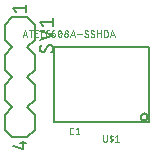
<source format=gto>
G04 EAGLE Gerber RS-274X export*
G75*
%MOMM*%
%FSLAX34Y34*%
%LPD*%
%INSilkscreen Top*%
%IPPOS*%
%AMOC8*
5,1,8,0,0,1.08239X$1,22.5*%
G01*
%ADD10C,0.050800*%
%ADD11C,0.152400*%
%ADD12C,0.127000*%


D10*
X70848Y28014D02*
X69606Y28014D01*
X69536Y28016D01*
X69467Y28022D01*
X69398Y28032D01*
X69330Y28045D01*
X69262Y28063D01*
X69196Y28084D01*
X69131Y28109D01*
X69067Y28137D01*
X69005Y28169D01*
X68945Y28204D01*
X68887Y28243D01*
X68832Y28285D01*
X68778Y28330D01*
X68728Y28378D01*
X68680Y28428D01*
X68635Y28482D01*
X68593Y28537D01*
X68554Y28595D01*
X68519Y28655D01*
X68487Y28717D01*
X68459Y28781D01*
X68434Y28846D01*
X68413Y28912D01*
X68395Y28980D01*
X68382Y29048D01*
X68372Y29117D01*
X68366Y29186D01*
X68364Y29256D01*
X68364Y32360D01*
X68366Y32430D01*
X68372Y32499D01*
X68382Y32568D01*
X68395Y32636D01*
X68413Y32704D01*
X68434Y32770D01*
X68459Y32835D01*
X68487Y32899D01*
X68519Y32961D01*
X68554Y33021D01*
X68593Y33079D01*
X68635Y33134D01*
X68680Y33188D01*
X68728Y33238D01*
X68778Y33286D01*
X68832Y33331D01*
X68887Y33373D01*
X68945Y33412D01*
X69005Y33447D01*
X69067Y33479D01*
X69131Y33507D01*
X69196Y33532D01*
X69262Y33553D01*
X69330Y33571D01*
X69398Y33584D01*
X69467Y33594D01*
X69536Y33600D01*
X69606Y33602D01*
X70848Y33602D01*
X72952Y32360D02*
X74504Y33602D01*
X74504Y28014D01*
X72952Y28014D02*
X76057Y28014D01*
D11*
X38100Y107950D02*
X38100Y120650D01*
X38100Y107950D02*
X31750Y101600D01*
X19050Y101600D02*
X12700Y107950D01*
X31750Y101600D02*
X38100Y95250D01*
X38100Y82550D01*
X31750Y76200D01*
X19050Y76200D02*
X12700Y82550D01*
X12700Y95250D01*
X19050Y101600D01*
X19050Y127000D02*
X31750Y127000D01*
X38100Y120650D01*
X19050Y127000D02*
X12700Y120650D01*
X12700Y107950D01*
X31750Y76200D02*
X38100Y69850D01*
X38100Y57150D01*
X31750Y50800D01*
X19050Y50800D02*
X12700Y57150D01*
X12700Y69850D01*
X19050Y76200D01*
X38100Y44450D02*
X38100Y31750D01*
X31750Y25400D01*
X19050Y25400D01*
X12700Y31750D01*
X31750Y50800D02*
X38100Y44450D01*
X19050Y50800D02*
X12700Y44450D01*
X12700Y31750D01*
D12*
X22225Y131445D02*
X19685Y134620D01*
X31115Y134620D01*
X31115Y131445D02*
X31115Y137795D01*
X19685Y18415D02*
X28575Y15875D01*
X28575Y22225D01*
X26035Y20320D02*
X31115Y20320D01*
X53975Y101346D02*
X53973Y101446D01*
X53967Y101545D01*
X53957Y101645D01*
X53944Y101743D01*
X53926Y101842D01*
X53905Y101939D01*
X53880Y102035D01*
X53851Y102131D01*
X53818Y102225D01*
X53782Y102318D01*
X53742Y102409D01*
X53698Y102499D01*
X53651Y102587D01*
X53601Y102673D01*
X53547Y102757D01*
X53490Y102839D01*
X53430Y102918D01*
X53366Y102996D01*
X53300Y103070D01*
X53231Y103142D01*
X53159Y103211D01*
X53085Y103277D01*
X53007Y103341D01*
X52928Y103401D01*
X52846Y103458D01*
X52762Y103512D01*
X52676Y103562D01*
X52588Y103609D01*
X52498Y103653D01*
X52407Y103693D01*
X52314Y103729D01*
X52220Y103762D01*
X52124Y103791D01*
X52028Y103816D01*
X51931Y103837D01*
X51832Y103855D01*
X51734Y103868D01*
X51634Y103878D01*
X51535Y103884D01*
X51435Y103886D01*
X53975Y101346D02*
X53973Y101205D01*
X53968Y101064D01*
X53958Y100923D01*
X53945Y100782D01*
X53929Y100642D01*
X53908Y100502D01*
X53884Y100363D01*
X53856Y100224D01*
X53825Y100087D01*
X53790Y99950D01*
X53752Y99814D01*
X53710Y99679D01*
X53664Y99546D01*
X53615Y99413D01*
X53562Y99282D01*
X53506Y99153D01*
X53447Y99024D01*
X53384Y98898D01*
X53318Y98773D01*
X53249Y98650D01*
X53176Y98529D01*
X53100Y98410D01*
X53021Y98292D01*
X52940Y98177D01*
X52855Y98065D01*
X52767Y97954D01*
X52676Y97846D01*
X52583Y97740D01*
X52486Y97637D01*
X52387Y97536D01*
X45085Y97854D02*
X44985Y97856D01*
X44886Y97862D01*
X44786Y97872D01*
X44688Y97885D01*
X44589Y97903D01*
X44492Y97924D01*
X44396Y97949D01*
X44300Y97978D01*
X44206Y98011D01*
X44113Y98047D01*
X44022Y98087D01*
X43932Y98131D01*
X43844Y98178D01*
X43758Y98228D01*
X43674Y98282D01*
X43592Y98339D01*
X43513Y98399D01*
X43435Y98463D01*
X43361Y98529D01*
X43289Y98598D01*
X43220Y98670D01*
X43154Y98744D01*
X43090Y98822D01*
X43030Y98901D01*
X42973Y98983D01*
X42919Y99067D01*
X42869Y99153D01*
X42822Y99241D01*
X42778Y99331D01*
X42738Y99422D01*
X42702Y99515D01*
X42669Y99609D01*
X42640Y99705D01*
X42615Y99801D01*
X42594Y99898D01*
X42576Y99997D01*
X42563Y100095D01*
X42553Y100195D01*
X42547Y100294D01*
X42545Y100394D01*
X42547Y100527D01*
X42552Y100660D01*
X42562Y100793D01*
X42575Y100926D01*
X42592Y101058D01*
X42612Y101190D01*
X42636Y101321D01*
X42664Y101451D01*
X42695Y101581D01*
X42730Y101709D01*
X42769Y101837D01*
X42811Y101963D01*
X42857Y102088D01*
X42906Y102212D01*
X42958Y102335D01*
X43014Y102456D01*
X43074Y102575D01*
X43136Y102693D01*
X43202Y102808D01*
X43271Y102922D01*
X43344Y103034D01*
X43419Y103144D01*
X43498Y103252D01*
X47308Y99123D02*
X47256Y99039D01*
X47201Y98956D01*
X47142Y98876D01*
X47081Y98798D01*
X47017Y98723D01*
X46949Y98650D01*
X46879Y98579D01*
X46807Y98512D01*
X46732Y98447D01*
X46654Y98385D01*
X46574Y98326D01*
X46492Y98270D01*
X46408Y98218D01*
X46322Y98169D01*
X46234Y98123D01*
X46144Y98080D01*
X46053Y98041D01*
X45960Y98006D01*
X45866Y97974D01*
X45771Y97946D01*
X45675Y97921D01*
X45578Y97901D01*
X45480Y97883D01*
X45382Y97870D01*
X45283Y97861D01*
X45184Y97855D01*
X45085Y97853D01*
X49212Y102616D02*
X49264Y102700D01*
X49319Y102783D01*
X49378Y102863D01*
X49439Y102941D01*
X49503Y103016D01*
X49571Y103089D01*
X49641Y103160D01*
X49713Y103227D01*
X49788Y103292D01*
X49866Y103354D01*
X49946Y103413D01*
X50028Y103469D01*
X50112Y103521D01*
X50198Y103570D01*
X50286Y103616D01*
X50376Y103659D01*
X50467Y103698D01*
X50560Y103733D01*
X50654Y103765D01*
X50749Y103793D01*
X50845Y103818D01*
X50942Y103838D01*
X51040Y103856D01*
X51138Y103869D01*
X51237Y103878D01*
X51336Y103884D01*
X51435Y103886D01*
X49213Y102616D02*
X47308Y99124D01*
X42545Y107950D02*
X53975Y111760D01*
X42545Y115570D01*
X45085Y120015D02*
X42545Y123190D01*
X53975Y123190D01*
X53975Y120015D02*
X53975Y126365D01*
D11*
X135100Y101600D02*
X135100Y38100D01*
X135100Y101600D02*
X54650Y101600D01*
X54650Y101800D01*
X54650Y101600D02*
X54650Y38100D01*
X135100Y38100D01*
X128061Y42850D02*
X128063Y42956D01*
X128069Y43061D01*
X128079Y43166D01*
X128093Y43271D01*
X128111Y43375D01*
X128133Y43478D01*
X128158Y43580D01*
X128188Y43682D01*
X128221Y43782D01*
X128258Y43881D01*
X128299Y43978D01*
X128344Y44074D01*
X128392Y44168D01*
X128444Y44260D01*
X128499Y44350D01*
X128557Y44438D01*
X128619Y44523D01*
X128684Y44607D01*
X128752Y44687D01*
X128823Y44765D01*
X128897Y44841D01*
X128973Y44913D01*
X129053Y44983D01*
X129135Y45049D01*
X129219Y45113D01*
X129306Y45173D01*
X129395Y45229D01*
X129486Y45283D01*
X129579Y45333D01*
X129674Y45379D01*
X129771Y45422D01*
X129869Y45461D01*
X129968Y45496D01*
X130069Y45527D01*
X130171Y45555D01*
X130274Y45579D01*
X130377Y45599D01*
X130482Y45615D01*
X130586Y45627D01*
X130692Y45635D01*
X130797Y45639D01*
X130903Y45639D01*
X131008Y45635D01*
X131114Y45627D01*
X131218Y45615D01*
X131323Y45599D01*
X131426Y45579D01*
X131529Y45555D01*
X131631Y45527D01*
X131732Y45496D01*
X131831Y45461D01*
X131929Y45422D01*
X132026Y45379D01*
X132121Y45333D01*
X132214Y45283D01*
X132305Y45229D01*
X132394Y45173D01*
X132481Y45113D01*
X132565Y45049D01*
X132647Y44983D01*
X132727Y44913D01*
X132803Y44841D01*
X132877Y44765D01*
X132948Y44687D01*
X133016Y44607D01*
X133081Y44523D01*
X133143Y44438D01*
X133201Y44350D01*
X133256Y44260D01*
X133308Y44168D01*
X133356Y44074D01*
X133401Y43978D01*
X133442Y43881D01*
X133479Y43782D01*
X133512Y43682D01*
X133542Y43580D01*
X133567Y43478D01*
X133589Y43375D01*
X133607Y43271D01*
X133621Y43166D01*
X133631Y43061D01*
X133637Y42956D01*
X133639Y42850D01*
X133637Y42744D01*
X133631Y42639D01*
X133621Y42534D01*
X133607Y42429D01*
X133589Y42325D01*
X133567Y42222D01*
X133542Y42120D01*
X133512Y42018D01*
X133479Y41918D01*
X133442Y41819D01*
X133401Y41722D01*
X133356Y41626D01*
X133308Y41532D01*
X133256Y41440D01*
X133201Y41350D01*
X133143Y41262D01*
X133081Y41177D01*
X133016Y41093D01*
X132948Y41013D01*
X132877Y40935D01*
X132803Y40859D01*
X132727Y40787D01*
X132647Y40717D01*
X132565Y40651D01*
X132481Y40587D01*
X132394Y40527D01*
X132305Y40471D01*
X132214Y40417D01*
X132121Y40367D01*
X132026Y40321D01*
X131929Y40278D01*
X131831Y40239D01*
X131732Y40204D01*
X131631Y40173D01*
X131529Y40145D01*
X131426Y40121D01*
X131323Y40101D01*
X131218Y40085D01*
X131114Y40073D01*
X131008Y40065D01*
X130903Y40061D01*
X130797Y40061D01*
X130692Y40065D01*
X130586Y40073D01*
X130482Y40085D01*
X130377Y40101D01*
X130274Y40121D01*
X130171Y40145D01*
X130069Y40173D01*
X129968Y40204D01*
X129869Y40239D01*
X129771Y40278D01*
X129674Y40321D01*
X129579Y40367D01*
X129486Y40417D01*
X129395Y40471D01*
X129306Y40527D01*
X129219Y40587D01*
X129135Y40651D01*
X129053Y40717D01*
X128973Y40787D01*
X128897Y40859D01*
X128823Y40935D01*
X128752Y41013D01*
X128684Y41093D01*
X128619Y41177D01*
X128557Y41262D01*
X128499Y41350D01*
X128444Y41440D01*
X128392Y41532D01*
X128344Y41626D01*
X128299Y41722D01*
X128258Y41819D01*
X128221Y41918D01*
X128188Y42018D01*
X128158Y42120D01*
X128133Y42222D01*
X128111Y42325D01*
X128093Y42429D01*
X128079Y42534D01*
X128069Y42639D01*
X128063Y42744D01*
X128061Y42850D01*
D10*
X96117Y27296D02*
X96117Y23260D01*
X96118Y23260D02*
X96120Y23183D01*
X96126Y23105D01*
X96135Y23029D01*
X96149Y22952D01*
X96166Y22877D01*
X96187Y22803D01*
X96212Y22729D01*
X96240Y22657D01*
X96272Y22587D01*
X96307Y22518D01*
X96346Y22451D01*
X96388Y22386D01*
X96433Y22323D01*
X96481Y22262D01*
X96532Y22204D01*
X96586Y22149D01*
X96643Y22096D01*
X96702Y22047D01*
X96764Y22000D01*
X96828Y21956D01*
X96894Y21916D01*
X96962Y21879D01*
X97032Y21845D01*
X97103Y21815D01*
X97176Y21789D01*
X97250Y21766D01*
X97325Y21747D01*
X97400Y21732D01*
X97477Y21720D01*
X97554Y21712D01*
X97631Y21708D01*
X97709Y21708D01*
X97786Y21712D01*
X97863Y21720D01*
X97940Y21732D01*
X98015Y21747D01*
X98090Y21766D01*
X98164Y21789D01*
X98237Y21815D01*
X98308Y21845D01*
X98378Y21879D01*
X98446Y21916D01*
X98512Y21956D01*
X98576Y22000D01*
X98638Y22047D01*
X98697Y22096D01*
X98754Y22149D01*
X98808Y22204D01*
X98859Y22262D01*
X98907Y22323D01*
X98952Y22386D01*
X98994Y22451D01*
X99033Y22518D01*
X99068Y22587D01*
X99100Y22657D01*
X99128Y22729D01*
X99153Y22803D01*
X99174Y22877D01*
X99191Y22952D01*
X99205Y23029D01*
X99214Y23105D01*
X99220Y23183D01*
X99222Y23260D01*
X99222Y27296D01*
X102973Y27296D02*
X102973Y21708D01*
X102973Y24502D02*
X102197Y24968D01*
X102146Y25001D01*
X102097Y25037D01*
X102051Y25076D01*
X102008Y25119D01*
X101967Y25163D01*
X101929Y25211D01*
X101895Y25261D01*
X101864Y25313D01*
X101836Y25367D01*
X101812Y25422D01*
X101791Y25480D01*
X101775Y25538D01*
X101762Y25597D01*
X101753Y25657D01*
X101748Y25717D01*
X101747Y25778D01*
X101750Y25839D01*
X101757Y25899D01*
X101768Y25959D01*
X101783Y26017D01*
X101801Y26075D01*
X101823Y26132D01*
X101849Y26186D01*
X101879Y26239D01*
X101912Y26290D01*
X101948Y26339D01*
X101987Y26385D01*
X102029Y26429D01*
X102074Y26470D01*
X102121Y26507D01*
X102171Y26542D01*
X102223Y26573D01*
X102277Y26601D01*
X102333Y26625D01*
X102390Y26645D01*
X102448Y26662D01*
X102507Y26675D01*
X102508Y26675D02*
X102605Y26691D01*
X102703Y26703D01*
X102801Y26710D01*
X102900Y26714D01*
X102998Y26715D01*
X103097Y26711D01*
X103195Y26703D01*
X103293Y26691D01*
X103390Y26675D01*
X103486Y26656D01*
X103582Y26632D01*
X103677Y26605D01*
X103770Y26574D01*
X103862Y26539D01*
X103953Y26501D01*
X104042Y26459D01*
X104130Y26414D01*
X104215Y26365D01*
X102973Y24502D02*
X103749Y24036D01*
X103800Y24003D01*
X103849Y23967D01*
X103895Y23928D01*
X103938Y23885D01*
X103979Y23841D01*
X104017Y23793D01*
X104051Y23743D01*
X104082Y23691D01*
X104110Y23637D01*
X104134Y23582D01*
X104155Y23524D01*
X104171Y23466D01*
X104184Y23407D01*
X104193Y23347D01*
X104198Y23287D01*
X104199Y23226D01*
X104196Y23165D01*
X104189Y23105D01*
X104178Y23045D01*
X104163Y22987D01*
X104145Y22929D01*
X104123Y22872D01*
X104097Y22818D01*
X104067Y22765D01*
X104034Y22714D01*
X103998Y22665D01*
X103959Y22619D01*
X103917Y22575D01*
X103872Y22534D01*
X103825Y22497D01*
X103775Y22462D01*
X103723Y22431D01*
X103669Y22403D01*
X103613Y22379D01*
X103556Y22359D01*
X103498Y22342D01*
X103439Y22329D01*
X103342Y22313D01*
X103244Y22301D01*
X103146Y22294D01*
X103047Y22290D01*
X102949Y22289D01*
X102850Y22293D01*
X102752Y22301D01*
X102654Y22313D01*
X102557Y22329D01*
X102461Y22348D01*
X102365Y22372D01*
X102270Y22399D01*
X102177Y22430D01*
X102085Y22465D01*
X101994Y22503D01*
X101905Y22545D01*
X101817Y22590D01*
X101732Y22639D01*
X106542Y26054D02*
X108094Y27296D01*
X108094Y21708D01*
X106542Y21708D02*
X109646Y21708D01*
X27922Y110458D02*
X29785Y116046D01*
X31647Y110458D01*
X31182Y111855D02*
X28388Y111855D01*
X34905Y110458D02*
X34905Y116046D01*
X33353Y116046D02*
X36457Y116046D01*
X38668Y110458D02*
X41151Y110458D01*
X38668Y110458D02*
X38668Y116046D01*
X41151Y116046D01*
X40530Y113562D02*
X38668Y113562D01*
X44454Y110458D02*
X45696Y110458D01*
X44454Y110458D02*
X44384Y110460D01*
X44315Y110466D01*
X44246Y110476D01*
X44178Y110489D01*
X44110Y110507D01*
X44044Y110528D01*
X43979Y110553D01*
X43915Y110581D01*
X43853Y110613D01*
X43793Y110648D01*
X43735Y110687D01*
X43680Y110729D01*
X43626Y110774D01*
X43576Y110822D01*
X43528Y110872D01*
X43483Y110926D01*
X43441Y110981D01*
X43402Y111039D01*
X43367Y111099D01*
X43335Y111161D01*
X43307Y111225D01*
X43282Y111290D01*
X43261Y111356D01*
X43243Y111424D01*
X43230Y111492D01*
X43220Y111561D01*
X43214Y111630D01*
X43212Y111700D01*
X43212Y114804D01*
X43214Y114874D01*
X43220Y114943D01*
X43230Y115012D01*
X43243Y115080D01*
X43261Y115148D01*
X43282Y115214D01*
X43307Y115279D01*
X43335Y115343D01*
X43367Y115405D01*
X43402Y115465D01*
X43441Y115523D01*
X43483Y115578D01*
X43528Y115632D01*
X43576Y115682D01*
X43626Y115730D01*
X43680Y115775D01*
X43735Y115817D01*
X43793Y115856D01*
X43853Y115891D01*
X43915Y115923D01*
X43979Y115951D01*
X44044Y115976D01*
X44110Y115997D01*
X44178Y116015D01*
X44246Y116028D01*
X44315Y116038D01*
X44384Y116044D01*
X44454Y116046D01*
X45696Y116046D01*
X49026Y110458D02*
X50268Y110458D01*
X49026Y110458D02*
X48956Y110460D01*
X48887Y110466D01*
X48818Y110476D01*
X48750Y110489D01*
X48682Y110507D01*
X48616Y110528D01*
X48551Y110553D01*
X48487Y110581D01*
X48425Y110613D01*
X48365Y110648D01*
X48307Y110687D01*
X48252Y110729D01*
X48198Y110774D01*
X48148Y110822D01*
X48100Y110872D01*
X48055Y110926D01*
X48013Y110981D01*
X47974Y111039D01*
X47939Y111099D01*
X47907Y111161D01*
X47879Y111225D01*
X47854Y111290D01*
X47833Y111356D01*
X47815Y111424D01*
X47802Y111492D01*
X47792Y111561D01*
X47786Y111630D01*
X47784Y111700D01*
X47784Y114804D01*
X47786Y114874D01*
X47792Y114943D01*
X47802Y115012D01*
X47815Y115080D01*
X47833Y115148D01*
X47854Y115214D01*
X47879Y115279D01*
X47907Y115343D01*
X47939Y115405D01*
X47974Y115465D01*
X48013Y115523D01*
X48055Y115578D01*
X48100Y115632D01*
X48148Y115682D01*
X48198Y115730D01*
X48252Y115775D01*
X48307Y115817D01*
X48365Y115856D01*
X48425Y115891D01*
X48487Y115923D01*
X48551Y115951D01*
X48616Y115976D01*
X48682Y115997D01*
X48750Y116015D01*
X48818Y116028D01*
X48887Y116038D01*
X48956Y116044D01*
X49026Y116046D01*
X50268Y116046D01*
X52372Y113562D02*
X54235Y113562D01*
X54235Y113563D02*
X54305Y113561D01*
X54374Y113555D01*
X54443Y113545D01*
X54511Y113532D01*
X54579Y113514D01*
X54645Y113493D01*
X54710Y113468D01*
X54774Y113440D01*
X54836Y113408D01*
X54896Y113373D01*
X54954Y113334D01*
X55009Y113292D01*
X55063Y113247D01*
X55113Y113199D01*
X55161Y113149D01*
X55206Y113095D01*
X55248Y113040D01*
X55287Y112982D01*
X55322Y112922D01*
X55354Y112860D01*
X55382Y112796D01*
X55407Y112731D01*
X55428Y112665D01*
X55446Y112597D01*
X55459Y112529D01*
X55469Y112460D01*
X55475Y112391D01*
X55477Y112321D01*
X55477Y112010D01*
X55476Y112010D02*
X55474Y111933D01*
X55468Y111855D01*
X55459Y111779D01*
X55445Y111702D01*
X55428Y111627D01*
X55407Y111553D01*
X55382Y111479D01*
X55354Y111407D01*
X55322Y111337D01*
X55287Y111268D01*
X55248Y111201D01*
X55206Y111136D01*
X55161Y111073D01*
X55113Y111012D01*
X55062Y110954D01*
X55008Y110899D01*
X54951Y110846D01*
X54892Y110797D01*
X54830Y110750D01*
X54766Y110706D01*
X54700Y110666D01*
X54632Y110629D01*
X54562Y110595D01*
X54491Y110565D01*
X54418Y110539D01*
X54344Y110516D01*
X54269Y110497D01*
X54194Y110482D01*
X54117Y110470D01*
X54040Y110462D01*
X53963Y110458D01*
X53885Y110458D01*
X53808Y110462D01*
X53731Y110470D01*
X53654Y110482D01*
X53579Y110497D01*
X53504Y110516D01*
X53430Y110539D01*
X53357Y110565D01*
X53286Y110595D01*
X53216Y110629D01*
X53148Y110666D01*
X53082Y110706D01*
X53018Y110750D01*
X52956Y110797D01*
X52897Y110846D01*
X52840Y110899D01*
X52786Y110954D01*
X52735Y111012D01*
X52687Y111073D01*
X52642Y111136D01*
X52600Y111201D01*
X52561Y111268D01*
X52526Y111337D01*
X52494Y111407D01*
X52466Y111479D01*
X52441Y111553D01*
X52420Y111627D01*
X52403Y111702D01*
X52389Y111779D01*
X52380Y111855D01*
X52374Y111933D01*
X52372Y112010D01*
X52372Y113562D01*
X52374Y113660D01*
X52380Y113757D01*
X52389Y113854D01*
X52403Y113951D01*
X52420Y114047D01*
X52441Y114142D01*
X52465Y114236D01*
X52494Y114330D01*
X52526Y114422D01*
X52561Y114513D01*
X52600Y114602D01*
X52643Y114690D01*
X52689Y114776D01*
X52738Y114860D01*
X52791Y114942D01*
X52846Y115022D01*
X52905Y115100D01*
X52967Y115175D01*
X53032Y115248D01*
X53100Y115318D01*
X53170Y115386D01*
X53243Y115451D01*
X53318Y115513D01*
X53396Y115572D01*
X53476Y115627D01*
X53558Y115680D01*
X53642Y115729D01*
X53728Y115775D01*
X53816Y115818D01*
X53905Y115857D01*
X53996Y115892D01*
X54088Y115924D01*
X54182Y115953D01*
X54276Y115977D01*
X54371Y115998D01*
X54467Y116015D01*
X54564Y116029D01*
X54661Y116038D01*
X54758Y116044D01*
X54856Y116046D01*
X58325Y115270D02*
X58269Y115152D01*
X58217Y115032D01*
X58168Y114911D01*
X58123Y114789D01*
X58081Y114665D01*
X58043Y114540D01*
X58008Y114414D01*
X57977Y114287D01*
X57949Y114160D01*
X57925Y114032D01*
X57905Y113903D01*
X57889Y113773D01*
X57876Y113643D01*
X57866Y113513D01*
X57861Y113383D01*
X57859Y113252D01*
X58324Y115270D02*
X58347Y115330D01*
X58373Y115390D01*
X58402Y115447D01*
X58435Y115503D01*
X58471Y115557D01*
X58509Y115609D01*
X58551Y115659D01*
X58595Y115706D01*
X58642Y115751D01*
X58692Y115793D01*
X58743Y115832D01*
X58797Y115868D01*
X58853Y115901D01*
X58910Y115931D01*
X58969Y115958D01*
X59030Y115981D01*
X59091Y116001D01*
X59154Y116017D01*
X59218Y116030D01*
X59282Y116039D01*
X59346Y116044D01*
X59411Y116046D01*
X59476Y116044D01*
X59540Y116039D01*
X59604Y116030D01*
X59668Y116017D01*
X59731Y116001D01*
X59792Y115981D01*
X59853Y115958D01*
X59912Y115931D01*
X59969Y115901D01*
X60025Y115868D01*
X60079Y115832D01*
X60130Y115793D01*
X60180Y115751D01*
X60227Y115706D01*
X60271Y115659D01*
X60313Y115609D01*
X60351Y115557D01*
X60387Y115503D01*
X60420Y115447D01*
X60449Y115390D01*
X60475Y115330D01*
X60498Y115270D01*
X60497Y115270D02*
X60553Y115152D01*
X60605Y115032D01*
X60654Y114911D01*
X60699Y114789D01*
X60741Y114665D01*
X60779Y114540D01*
X60814Y114414D01*
X60845Y114288D01*
X60873Y114160D01*
X60897Y114032D01*
X60917Y113903D01*
X60933Y113773D01*
X60946Y113643D01*
X60956Y113513D01*
X60961Y113383D01*
X60963Y113252D01*
X57859Y113252D02*
X57861Y113121D01*
X57866Y112991D01*
X57876Y112861D01*
X57889Y112731D01*
X57905Y112601D01*
X57925Y112472D01*
X57949Y112344D01*
X57977Y112217D01*
X58008Y112090D01*
X58043Y111964D01*
X58081Y111839D01*
X58123Y111715D01*
X58168Y111593D01*
X58217Y111472D01*
X58269Y111352D01*
X58325Y111234D01*
X58324Y111234D02*
X58347Y111174D01*
X58373Y111114D01*
X58402Y111057D01*
X58435Y111001D01*
X58471Y110947D01*
X58509Y110895D01*
X58551Y110845D01*
X58595Y110798D01*
X58642Y110753D01*
X58692Y110711D01*
X58743Y110672D01*
X58797Y110636D01*
X58853Y110603D01*
X58910Y110573D01*
X58969Y110546D01*
X59030Y110523D01*
X59091Y110503D01*
X59154Y110487D01*
X59218Y110474D01*
X59282Y110465D01*
X59346Y110460D01*
X59411Y110458D01*
X60497Y111234D02*
X60553Y111352D01*
X60605Y111472D01*
X60654Y111593D01*
X60699Y111715D01*
X60741Y111839D01*
X60779Y111964D01*
X60814Y112090D01*
X60845Y112216D01*
X60873Y112344D01*
X60897Y112472D01*
X60917Y112601D01*
X60933Y112731D01*
X60946Y112861D01*
X60956Y112991D01*
X60961Y113121D01*
X60963Y113252D01*
X60498Y111234D02*
X60475Y111174D01*
X60449Y111114D01*
X60420Y111057D01*
X60387Y111001D01*
X60351Y110947D01*
X60313Y110895D01*
X60271Y110845D01*
X60227Y110798D01*
X60180Y110753D01*
X60130Y110711D01*
X60079Y110672D01*
X60025Y110636D01*
X59969Y110603D01*
X59912Y110573D01*
X59853Y110546D01*
X59792Y110523D01*
X59731Y110503D01*
X59668Y110487D01*
X59604Y110474D01*
X59540Y110465D01*
X59476Y110460D01*
X59411Y110458D01*
X58169Y111700D02*
X60653Y114804D01*
X63345Y112010D02*
X63347Y112087D01*
X63353Y112165D01*
X63362Y112241D01*
X63376Y112318D01*
X63393Y112393D01*
X63414Y112467D01*
X63439Y112541D01*
X63467Y112613D01*
X63499Y112683D01*
X63534Y112752D01*
X63573Y112819D01*
X63615Y112884D01*
X63660Y112947D01*
X63708Y113008D01*
X63759Y113066D01*
X63813Y113121D01*
X63870Y113174D01*
X63929Y113223D01*
X63991Y113270D01*
X64055Y113314D01*
X64121Y113354D01*
X64189Y113391D01*
X64259Y113425D01*
X64330Y113455D01*
X64403Y113481D01*
X64477Y113504D01*
X64552Y113523D01*
X64627Y113538D01*
X64704Y113550D01*
X64781Y113558D01*
X64858Y113562D01*
X64936Y113562D01*
X65013Y113558D01*
X65090Y113550D01*
X65167Y113538D01*
X65242Y113523D01*
X65317Y113504D01*
X65391Y113481D01*
X65464Y113455D01*
X65535Y113425D01*
X65605Y113391D01*
X65673Y113354D01*
X65739Y113314D01*
X65803Y113270D01*
X65865Y113223D01*
X65924Y113174D01*
X65981Y113121D01*
X66035Y113066D01*
X66086Y113008D01*
X66134Y112947D01*
X66179Y112884D01*
X66221Y112819D01*
X66260Y112752D01*
X66295Y112683D01*
X66327Y112613D01*
X66355Y112541D01*
X66380Y112467D01*
X66401Y112393D01*
X66418Y112318D01*
X66432Y112241D01*
X66441Y112165D01*
X66447Y112087D01*
X66449Y112010D01*
X66447Y111933D01*
X66441Y111855D01*
X66432Y111779D01*
X66418Y111702D01*
X66401Y111627D01*
X66380Y111553D01*
X66355Y111479D01*
X66327Y111407D01*
X66295Y111337D01*
X66260Y111268D01*
X66221Y111201D01*
X66179Y111136D01*
X66134Y111073D01*
X66086Y111012D01*
X66035Y110954D01*
X65981Y110899D01*
X65924Y110846D01*
X65865Y110797D01*
X65803Y110750D01*
X65739Y110706D01*
X65673Y110666D01*
X65605Y110629D01*
X65535Y110595D01*
X65464Y110565D01*
X65391Y110539D01*
X65317Y110516D01*
X65242Y110497D01*
X65167Y110482D01*
X65090Y110470D01*
X65013Y110462D01*
X64936Y110458D01*
X64858Y110458D01*
X64781Y110462D01*
X64704Y110470D01*
X64627Y110482D01*
X64552Y110497D01*
X64477Y110516D01*
X64403Y110539D01*
X64330Y110565D01*
X64259Y110595D01*
X64189Y110629D01*
X64121Y110666D01*
X64055Y110706D01*
X63991Y110750D01*
X63929Y110797D01*
X63870Y110846D01*
X63813Y110899D01*
X63759Y110954D01*
X63708Y111012D01*
X63660Y111073D01*
X63615Y111136D01*
X63573Y111201D01*
X63534Y111268D01*
X63499Y111337D01*
X63467Y111407D01*
X63439Y111479D01*
X63414Y111553D01*
X63393Y111627D01*
X63376Y111702D01*
X63362Y111779D01*
X63353Y111855D01*
X63347Y111933D01*
X63345Y112010D01*
X63655Y114804D02*
X63657Y114874D01*
X63663Y114943D01*
X63673Y115012D01*
X63686Y115080D01*
X63704Y115148D01*
X63725Y115214D01*
X63750Y115279D01*
X63778Y115343D01*
X63810Y115405D01*
X63845Y115465D01*
X63884Y115523D01*
X63926Y115578D01*
X63971Y115632D01*
X64019Y115682D01*
X64069Y115730D01*
X64123Y115775D01*
X64178Y115817D01*
X64236Y115856D01*
X64296Y115891D01*
X64358Y115923D01*
X64422Y115951D01*
X64487Y115976D01*
X64553Y115997D01*
X64621Y116015D01*
X64689Y116028D01*
X64758Y116038D01*
X64827Y116044D01*
X64897Y116046D01*
X64967Y116044D01*
X65036Y116038D01*
X65105Y116028D01*
X65173Y116015D01*
X65241Y115997D01*
X65307Y115976D01*
X65372Y115951D01*
X65436Y115923D01*
X65498Y115891D01*
X65558Y115856D01*
X65616Y115817D01*
X65671Y115775D01*
X65725Y115730D01*
X65775Y115682D01*
X65823Y115632D01*
X65868Y115578D01*
X65910Y115523D01*
X65949Y115465D01*
X65984Y115405D01*
X66016Y115343D01*
X66044Y115279D01*
X66069Y115214D01*
X66090Y115148D01*
X66108Y115080D01*
X66121Y115012D01*
X66131Y114943D01*
X66137Y114874D01*
X66139Y114804D01*
X66137Y114734D01*
X66131Y114665D01*
X66121Y114596D01*
X66108Y114528D01*
X66090Y114460D01*
X66069Y114394D01*
X66044Y114329D01*
X66016Y114265D01*
X65984Y114203D01*
X65949Y114143D01*
X65910Y114085D01*
X65868Y114030D01*
X65823Y113976D01*
X65775Y113926D01*
X65725Y113878D01*
X65671Y113833D01*
X65616Y113791D01*
X65558Y113752D01*
X65498Y113717D01*
X65436Y113685D01*
X65372Y113657D01*
X65307Y113632D01*
X65241Y113611D01*
X65173Y113593D01*
X65105Y113580D01*
X65036Y113570D01*
X64967Y113564D01*
X64897Y113562D01*
X64827Y113564D01*
X64758Y113570D01*
X64689Y113580D01*
X64621Y113593D01*
X64553Y113611D01*
X64487Y113632D01*
X64422Y113657D01*
X64358Y113685D01*
X64296Y113717D01*
X64236Y113752D01*
X64178Y113791D01*
X64123Y113833D01*
X64069Y113878D01*
X64019Y113926D01*
X63971Y113976D01*
X63926Y114030D01*
X63884Y114085D01*
X63845Y114143D01*
X63810Y114203D01*
X63778Y114265D01*
X63750Y114329D01*
X63725Y114394D01*
X63704Y114460D01*
X63686Y114528D01*
X63673Y114596D01*
X63663Y114665D01*
X63657Y114734D01*
X63655Y114804D01*
X68521Y110458D02*
X70384Y116046D01*
X72246Y110458D01*
X71781Y111855D02*
X68987Y111855D01*
X74373Y112631D02*
X78098Y112631D01*
X82215Y110458D02*
X82285Y110460D01*
X82354Y110466D01*
X82423Y110476D01*
X82491Y110489D01*
X82559Y110507D01*
X82625Y110528D01*
X82690Y110553D01*
X82754Y110581D01*
X82816Y110613D01*
X82876Y110648D01*
X82934Y110687D01*
X82989Y110729D01*
X83043Y110774D01*
X83093Y110822D01*
X83141Y110872D01*
X83186Y110926D01*
X83228Y110981D01*
X83267Y111039D01*
X83302Y111099D01*
X83334Y111161D01*
X83362Y111225D01*
X83387Y111290D01*
X83408Y111356D01*
X83426Y111424D01*
X83439Y111492D01*
X83449Y111561D01*
X83455Y111630D01*
X83457Y111700D01*
X82215Y110458D02*
X82116Y110460D01*
X82018Y110465D01*
X81920Y110475D01*
X81822Y110488D01*
X81725Y110504D01*
X81628Y110524D01*
X81533Y110548D01*
X81438Y110576D01*
X81344Y110607D01*
X81252Y110641D01*
X81161Y110679D01*
X81071Y110720D01*
X80983Y110765D01*
X80897Y110813D01*
X80813Y110864D01*
X80731Y110918D01*
X80650Y110976D01*
X80572Y111036D01*
X80497Y111099D01*
X80423Y111165D01*
X80353Y111234D01*
X80508Y114804D02*
X80510Y114874D01*
X80516Y114943D01*
X80526Y115012D01*
X80539Y115080D01*
X80557Y115148D01*
X80578Y115214D01*
X80603Y115279D01*
X80631Y115343D01*
X80663Y115405D01*
X80698Y115465D01*
X80737Y115523D01*
X80779Y115578D01*
X80824Y115632D01*
X80872Y115682D01*
X80922Y115730D01*
X80976Y115775D01*
X81031Y115817D01*
X81089Y115856D01*
X81149Y115891D01*
X81211Y115923D01*
X81275Y115951D01*
X81340Y115976D01*
X81406Y115997D01*
X81474Y116015D01*
X81542Y116028D01*
X81611Y116038D01*
X81680Y116044D01*
X81750Y116046D01*
X81844Y116044D01*
X81937Y116038D01*
X82030Y116029D01*
X82123Y116016D01*
X82215Y115999D01*
X82306Y115979D01*
X82397Y115954D01*
X82486Y115927D01*
X82574Y115895D01*
X82661Y115860D01*
X82747Y115822D01*
X82830Y115780D01*
X82912Y115735D01*
X82993Y115687D01*
X83071Y115635D01*
X83147Y115580D01*
X81129Y113718D02*
X81070Y113754D01*
X81014Y113794D01*
X80960Y113837D01*
X80908Y113882D01*
X80859Y113931D01*
X80813Y113982D01*
X80770Y114035D01*
X80729Y114091D01*
X80692Y114149D01*
X80657Y114209D01*
X80627Y114270D01*
X80599Y114333D01*
X80575Y114398D01*
X80555Y114464D01*
X80538Y114531D01*
X80525Y114598D01*
X80516Y114666D01*
X80510Y114735D01*
X80508Y114804D01*
X82836Y112786D02*
X82895Y112750D01*
X82951Y112710D01*
X83005Y112667D01*
X83057Y112622D01*
X83106Y112573D01*
X83152Y112522D01*
X83195Y112469D01*
X83236Y112413D01*
X83273Y112355D01*
X83308Y112295D01*
X83338Y112234D01*
X83366Y112171D01*
X83390Y112106D01*
X83410Y112040D01*
X83427Y111973D01*
X83440Y111906D01*
X83449Y111838D01*
X83455Y111769D01*
X83457Y111700D01*
X82836Y112786D02*
X81129Y113718D01*
X87336Y110458D02*
X87406Y110460D01*
X87475Y110466D01*
X87544Y110476D01*
X87612Y110489D01*
X87680Y110507D01*
X87746Y110528D01*
X87811Y110553D01*
X87875Y110581D01*
X87937Y110613D01*
X87997Y110648D01*
X88055Y110687D01*
X88110Y110729D01*
X88164Y110774D01*
X88214Y110822D01*
X88262Y110872D01*
X88307Y110926D01*
X88349Y110981D01*
X88388Y111039D01*
X88423Y111099D01*
X88455Y111161D01*
X88483Y111225D01*
X88508Y111290D01*
X88529Y111356D01*
X88547Y111424D01*
X88560Y111492D01*
X88570Y111561D01*
X88576Y111630D01*
X88578Y111700D01*
X87336Y110458D02*
X87237Y110460D01*
X87139Y110465D01*
X87041Y110475D01*
X86943Y110488D01*
X86846Y110504D01*
X86749Y110524D01*
X86654Y110548D01*
X86559Y110576D01*
X86465Y110607D01*
X86373Y110641D01*
X86282Y110679D01*
X86192Y110720D01*
X86104Y110765D01*
X86018Y110813D01*
X85934Y110864D01*
X85852Y110918D01*
X85771Y110976D01*
X85693Y111036D01*
X85618Y111099D01*
X85544Y111165D01*
X85474Y111234D01*
X85628Y114804D02*
X85630Y114874D01*
X85636Y114943D01*
X85646Y115012D01*
X85659Y115080D01*
X85677Y115148D01*
X85698Y115214D01*
X85723Y115279D01*
X85751Y115343D01*
X85783Y115405D01*
X85818Y115465D01*
X85857Y115523D01*
X85899Y115578D01*
X85944Y115632D01*
X85992Y115682D01*
X86042Y115730D01*
X86096Y115775D01*
X86151Y115817D01*
X86209Y115856D01*
X86269Y115891D01*
X86331Y115923D01*
X86395Y115951D01*
X86460Y115976D01*
X86526Y115997D01*
X86594Y116015D01*
X86662Y116028D01*
X86731Y116038D01*
X86800Y116044D01*
X86870Y116046D01*
X86964Y116044D01*
X87057Y116038D01*
X87150Y116029D01*
X87243Y116016D01*
X87335Y115999D01*
X87426Y115979D01*
X87517Y115954D01*
X87606Y115927D01*
X87694Y115895D01*
X87781Y115860D01*
X87867Y115822D01*
X87950Y115780D01*
X88032Y115735D01*
X88113Y115687D01*
X88191Y115635D01*
X88267Y115580D01*
X86250Y113718D02*
X86191Y113754D01*
X86135Y113794D01*
X86081Y113837D01*
X86029Y113882D01*
X85980Y113931D01*
X85934Y113982D01*
X85891Y114035D01*
X85850Y114091D01*
X85813Y114149D01*
X85778Y114209D01*
X85748Y114270D01*
X85720Y114333D01*
X85696Y114398D01*
X85676Y114464D01*
X85659Y114531D01*
X85646Y114598D01*
X85637Y114666D01*
X85631Y114735D01*
X85629Y114804D01*
X87957Y112786D02*
X88016Y112750D01*
X88072Y112710D01*
X88126Y112667D01*
X88178Y112622D01*
X88227Y112573D01*
X88273Y112522D01*
X88316Y112469D01*
X88357Y112413D01*
X88394Y112355D01*
X88429Y112295D01*
X88459Y112234D01*
X88487Y112171D01*
X88511Y112106D01*
X88531Y112040D01*
X88548Y111973D01*
X88561Y111906D01*
X88570Y111838D01*
X88576Y111769D01*
X88578Y111700D01*
X87957Y112786D02*
X86249Y113718D01*
X90960Y116046D02*
X90960Y110458D01*
X90960Y113562D02*
X94064Y113562D01*
X94064Y116046D02*
X94064Y110458D01*
X96812Y110458D02*
X96812Y116046D01*
X98364Y116046D01*
X98440Y116044D01*
X98516Y116039D01*
X98592Y116029D01*
X98667Y116016D01*
X98741Y115999D01*
X98815Y115979D01*
X98887Y115955D01*
X98958Y115928D01*
X99028Y115897D01*
X99096Y115863D01*
X99162Y115825D01*
X99226Y115784D01*
X99289Y115741D01*
X99349Y115694D01*
X99406Y115644D01*
X99461Y115591D01*
X99514Y115536D01*
X99564Y115479D01*
X99611Y115419D01*
X99654Y115356D01*
X99695Y115292D01*
X99733Y115226D01*
X99767Y115158D01*
X99798Y115088D01*
X99825Y115017D01*
X99849Y114944D01*
X99869Y114871D01*
X99886Y114797D01*
X99899Y114722D01*
X99909Y114646D01*
X99914Y114570D01*
X99916Y114494D01*
X99916Y112010D01*
X99914Y111931D01*
X99908Y111853D01*
X99898Y111775D01*
X99884Y111698D01*
X99866Y111621D01*
X99845Y111545D01*
X99819Y111471D01*
X99790Y111398D01*
X99757Y111327D01*
X99721Y111257D01*
X99681Y111189D01*
X99638Y111123D01*
X99591Y111060D01*
X99542Y110999D01*
X99489Y110941D01*
X99433Y110885D01*
X99375Y110832D01*
X99314Y110783D01*
X99251Y110736D01*
X99185Y110693D01*
X99117Y110653D01*
X99048Y110617D01*
X98976Y110584D01*
X98903Y110555D01*
X98829Y110529D01*
X98753Y110508D01*
X98676Y110490D01*
X98599Y110476D01*
X98521Y110466D01*
X98443Y110460D01*
X98364Y110458D01*
X96812Y110458D01*
X102171Y110458D02*
X104033Y116046D01*
X105896Y110458D01*
X105430Y111855D02*
X102636Y111855D01*
M02*

</source>
